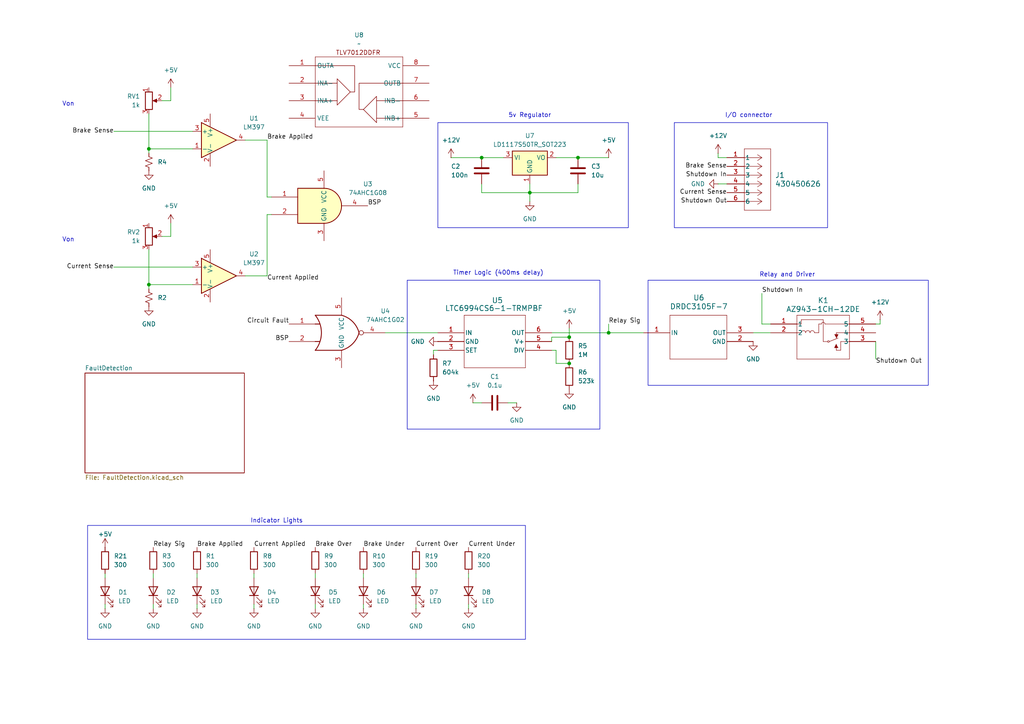
<source format=kicad_sch>
(kicad_sch (version 20231120) (generator "eeschema") (generator_version "8.0")
  (paper "A4")
  (title_block (title "BSPD") (date "2025-03-23") (rev "1.0"))
  (lib_symbols
    (symbol "74xGxx:74AHC1G02"
      (property "Reference" "U" (at -2.54 3.81 0))
      (property "Value" "74AHC1G02" (at 0 -3.81 0))
      (symbol "74AHC1G02_0_1"
        (arc (start -7.62 -5.08) (mid -5.838 0) (end -7.62 5.08) (stroke (width 0.254)))
        (arc (start 0 -5.08) (mid 3.1986 -3.2054) (end 5.08 0) (stroke (width 0.254)))
        (polyline (pts (xy -7.62 -2.54) (xy -6.35 -2.54)) (stroke (width 0.254)) (fill (type background)))
        (polyline (pts (xy -7.62 2.54) (xy -6.35 2.54)) (stroke (width 0.254)) (fill (type background)))
        (polyline (pts (xy 0 -5.08) (xy -7.62 -5.08)) (stroke (width 0.254)) (fill (type background)))
        (polyline (pts (xy 0 5.08) (xy -7.62 5.08)) (stroke (width 0.254)) (fill (type background)))
        (arc (start 5.08 0) (mid 3.2238 3.2304) (end 0 5.08) (stroke (width 0.254)))
      )
      (symbol "74AHC1G02_1_1"
        (pin input line (at -15.24 2.54 0) (length 7.62) (name "~") (number "1"))
        (pin input line (at -15.24 -2.54 0) (length 7.62) (name "~") (number "2"))
        (pin power_in line (at 0 -10.16 90) (length 5.08) (name "GND") (number "3"))
        (pin output inverted (at 12.7 0 180) (length 7.62) (name "~") (number "4"))
        (pin power_in line (at 0 10.16 270) (length 5.08) (name "VCC") (number "5"))
      )
    )
    (symbol "74xGxx:74AHC1G08"
      (property "Reference" "U" (at -2.54 3.81 0))
      (property "Value" "74AHC1G08" (at 0 -3.81 0))
      (symbol "74AHC1G08_0_1"
        (arc (start 0 -5.08) (mid 5.0579 0) (end 0 5.08) (stroke (width 0.254)) (fill (type background)))
        (polyline (pts (xy 0 -5.08) (xy -7.62 -5.08) (xy -7.62 5.08) (xy 0 5.08)) (stroke (width 0.254)) (fill (type background)))
      )
      (symbol "74AHC1G08_1_1"
        (pin input line (at -15.24 2.54 0) (length 7.62) (name "~") (number "1"))
        (pin input line (at -15.24 -2.54 0) (length 7.62) (name "~") (number "2"))
        (pin power_in line (at 0 -10.16 90) (length 5.08) (name "GND") (number "3"))
        (pin output line (at 12.7 0 180) (length 7.62) (name "~") (number "4"))
        (pin power_in line (at 0 10.16 270) (length 5.08) (name "VCC") (number "5"))
      )
    )
    (symbol "AZ943_1CH_12DE:AZ943-1CH-12DE" (pin_names (offset 0.254))
      (property "Reference" "K" (at 15.24 7.62 0))
      (property "Value" "AZ943-1CH-12DE" (at 15.24 5.08 0))
      (symbol "AZ943-1CH-12DE_0_1"
        (polyline (pts (xy 7.62 -10.16) (xy 22.86 -10.16)) (stroke (width 0.127)))
        (polyline (pts (xy 7.62 -2.54) (xy 8.89 -2.54)) (stroke (width 0.127)))
        (polyline (pts (xy 7.62 0) (xy 8.89 0)) (stroke (width 0.127)))
        (polyline (pts (xy 7.62 2.54) (xy 7.62 -10.16)) (stroke (width 0.127)))
        (polyline (pts (xy 8.89 0) (xy 8.89 1.27)) (stroke (width 0.127)))
        (polyline (pts (xy 8.89 1.27) (xy 15.24 1.27)) (stroke (width 0.127)))
        (polyline (pts (xy 12.7 -2.54) (xy 13.97 -2.54)) (stroke (width 0.127)))
        (polyline (pts (xy 13.97 -2.54) (xy 13.97 0)) (stroke (width 0.127)))
        (polyline (pts (xy 13.97 0) (xy 14.732 0)) (stroke (width 0.127)))
        (polyline (pts (xy 15.24 -5.08) (xy 16.51 -5.08)) (stroke (width 0.127)))
        (polyline (pts (xy 15.24 1.27) (xy 15.24 -5.08)) (stroke (width 0.127)))
        (polyline (pts (xy 17.018 -5.08) (xy 19.558 -4.064)) (stroke (width 0.127)))
        (polyline (pts (xy 19.05 -7.62) (xy 19.05 -6.35)) (stroke (width 0.127)))
        (polyline (pts (xy 19.05 -7.62) (xy 20.32 -7.62)) (stroke (width 0.127)))
        (polyline (pts (xy 19.05 -2.54) (xy 19.05 -3.81)) (stroke (width 0.127)))
        (polyline (pts (xy 19.05 -2.54) (xy 22.86 -2.54)) (stroke (width 0.127)))
        (polyline (pts (xy 20.32 -7.62) (xy 20.32 -5.08)) (stroke (width 0.127)))
        (polyline (pts (xy 22.86 -10.16) (xy 22.86 2.54)) (stroke (width 0.127)))
        (polyline (pts (xy 22.86 -5.08) (xy 20.32 -5.08)) (stroke (width 0.127)))
        (polyline (pts (xy 22.86 0) (xy 15.748 0)) (stroke (width 0.127)))
        (polyline (pts (xy 22.86 2.54) (xy 7.62 2.54)) (stroke (width 0.127)))
        (polyline (pts (xy 19.05 -5.842) (xy 18.542 -6.858) (xy 19.558 -6.858)) (fill (type outline)))
        (polyline (pts (xy 19.05 -4.064) (xy 19.558 -3.048) (xy 18.542 -3.048)) (fill (type outline)))
        (arc (start 10.16 -2.54) (mid 9.525 -1.9077) (end 8.89 -2.54) (stroke (width 0.127)))
        (arc (start 11.43 -2.54) (mid 10.795 -1.9077) (end 10.16 -2.54) (stroke (width 0.127)))
        (arc (start 12.7 -2.54) (mid 12.065 -1.9077) (end 11.43 -2.54) (stroke (width 0.127)))
        (arc (start 15.748 0) (mid 15.24 0.5058) (end 14.732 0) (stroke (width 0.127)))
        (circle (center 16.764 -5.08) (radius 0.254) (stroke (width 0.127)))
        (pin unspecified line (at 0 0 0) (length 7.62) (name "1") (number "1"))
        (pin unspecified line (at 0 -2.54 0) (length 7.62) (name "2") (number "2"))
        (pin unspecified line (at 30.48 -5.08 180) (length 7.62) (name "3") (number "3"))
        (pin unspecified line (at 30.48 -2.54 180) (length 7.62) (name "4") (number "4"))
        (pin unspecified line (at 30.48 0 180) (length 7.62) (name "5") (number "5"))
      )
    )
    (symbol "Comparator:LM397" (pin_names (offset 0.127))
      (property "Reference" "U" (at 1.27 5.08 0))
      (property "Value" "LM397" (at 3.81 -5.08 0))
      (symbol "LM397_0_1"
        (polyline (pts (xy -5.08 5.08) (xy 5.08 0) (xy -5.08 -5.08) (xy -5.08 5.08)) (stroke (width 0.254)) (fill (type background)))
      )
      (symbol "LM397_1_1"
        (pin input line (at -7.62 -2.54 0) (length 2.54) (name "-") (number "1"))
        (pin power_in line (at -2.54 -7.62 90) (length 3.81) (name "V-") (number "2"))
        (pin input line (at -7.62 2.54 0) (length 2.54) (name "+") (number "3"))
        (pin open_collector line (at 7.62 0 180) (length 2.54) (name "~") (number "4"))
        (pin power_in line (at -2.54 7.62 270) (length 3.81) (name "V+") (number "5"))
      )
    )
    (symbol "DRDC3105:DRDC3105F-7" (pin_names (offset 0.254))
      (property "Reference" "U" (at 15.748 9.906 0))
      (property "Value" "DRDC3105F-7" (at 15.748 7.366 0))
      (symbol "DRDC3105F-7_0_1"
        (polyline (pts (xy 7.62 -7.62) (xy 24.13 -7.62)) (stroke (width 0.127)))
        (polyline (pts (xy 7.62 5.08) (xy 7.62 -7.62)) (stroke (width 0.127)))
        (polyline (pts (xy 24.13 -7.62) (xy 24.13 5.08)) (stroke (width 0.127)))
        (polyline (pts (xy 24.13 5.08) (xy 7.62 5.08)) (stroke (width 0.127)))
        (pin input line (at 0 0 0) (length 7.62) (name "IN") (number "1"))
        (pin power_out line (at 31.75 -2.54 180) (length 7.62) (name "GND") (number "2"))
        (pin output line (at 31.75 0 180) (length 7.62) (name "OUT") (number "3"))
      )
    )
    (symbol "Device:C" (pin_numbers hide) (pin_names (offset 0.254))
      (property "Reference" "C" (at 0.635 2.54 0))
      (property "Value" "C" (at 0.635 -2.54 0))
      (symbol "C_0_1"
        (polyline (pts (xy -2.032 -0.762) (xy 2.032 -0.762)) (stroke (width 0.508)))
        (polyline (pts (xy -2.032 0.762) (xy 2.032 0.762)) (stroke (width 0.508)))
      )
      (symbol "C_1_1"
        (pin passive line (at 0 3.81 270) (length 2.794) (name "~") (number "1"))
        (pin passive line (at 0 -3.81 90) (length 2.794) (name "~") (number "2"))
      )
    )
    (symbol "Device:LED" (pin_numbers hide) (pin_names (offset 1.016) hide)
      (property "Reference" "D" (at 0 2.54 0))
      (property "Value" "LED" (at 0 -2.54 0))
      (symbol "LED_0_1"
        (polyline (pts (xy -1.27 -1.27) (xy -1.27 1.27)) (stroke (width 0.254)))
        (polyline (pts (xy -1.27 0) (xy 1.27 0)))
        (polyline (pts (xy 1.27 -1.27) (xy 1.27 1.27) (xy -1.27 0) (xy 1.27 -1.27)) (stroke (width 0.254)))
        (polyline (pts (xy -3.048 -0.762) (xy -4.572 -2.286) (xy -3.81 -2.286) (xy -4.572 -2.286) (xy -4.572 -1.524)))
        (polyline (pts (xy -1.778 -0.762) (xy -3.302 -2.286) (xy -2.54 -2.286) (xy -3.302 -2.286) (xy -3.302 -1.524)))
      )
      (symbol "LED_1_1"
        (pin passive line (at -3.81 0 0) (length 2.54) (name "K") (number "1"))
        (pin passive line (at 3.81 0 180) (length 2.54) (name "A") (number "2"))
      )
    )
    (symbol "Device:R" (pin_numbers hide) (pin_names (offset 0))
      (property "Reference" "R" (at 2.032 0 90))
      (property "Value" "R" (at 0 0 90))
      (symbol "R_0_1"
        (rectangle (start -1.016 -2.54) (end 1.016 2.54) (stroke (width 0.254)))
      )
      (symbol "R_1_1"
        (pin passive line (at 0 3.81 270) (length 1.27) (name "~") (number "1"))
        (pin passive line (at 0 -3.81 90) (length 1.27) (name "~") (number "2"))
      )
    )
    (symbol "Device:R_Potentiometer" (pin_names (offset 1.016) hide)
      (property "Reference" "RV" (at -4.445 0 90))
      (property "Value" "R_Potentiometer" (at -2.54 0 90))
      (symbol "R_Potentiometer_0_1"
        (polyline (pts (xy 2.54 0) (xy 1.524 0)))
        (polyline (pts (xy 1.143 0) (xy 2.286 0.508) (xy 2.286 -0.508) (xy 1.143 0)) (fill (type outline)))
        (rectangle (start 1.016 2.54) (end -1.016 -2.54) (stroke (width 0.254)))
      )
      (symbol "R_Potentiometer_1_1"
        (pin passive line (at 0 3.81 270) (length 1.27) (name "1") (number "1"))
        (pin passive line (at 3.81 0 180) (length 1.27) (name "2") (number "2"))
        (pin passive line (at 0 -3.81 90) (length 1.27) (name "3") (number "3"))
      )
    )
    (symbol "Device:R_Small_US" (pin_numbers hide) (pin_names (offset 0.254) hide)
      (property "Reference" "R" (at 0.762 0.508 0))
      (property "Value" "R_Small_US" (at 0.762 -1.016 0))
      (symbol "R_Small_US_1_1"
        (polyline (pts (xy 0 0) (xy 1.016 -0.381) (xy 0 -0.762) (xy -1.016 -1.143) (xy 0 -1.524)))
        (polyline (pts (xy 0 1.524) (xy 1.016 1.143) (xy 0 0.762) (xy -1.016 0.381) (xy 0 0)))
        (pin passive line (at 0 2.54 270) (length 1.016) (name "~") (number "1"))
        (pin passive line (at 0 -2.54 90) (length 1.016) (name "~") (number "2"))
      )
    )
    (symbol "LTC6994:LTC6994CS6-1-TRMPBF" (pin_names (offset 0.254))
      (property "Reference" "U" (at 16.51 10.414 0))
      (property "Value" "LTC6994CS6-1-TRMPBF" (at 16.51 7.874 0))
      (symbol "LTC6994CS6-1-TRMPBF_0_1"
        (polyline (pts (xy 7.62 -10.16) (xy 25.4 -10.16)) (stroke (width 0.127)))
        (polyline (pts (xy 7.62 5.08) (xy 7.62 -10.16)) (stroke (width 0.127)))
        (polyline (pts (xy 25.4 -10.16) (xy 25.4 5.08)) (stroke (width 0.127)))
        (polyline (pts (xy 25.4 5.08) (xy 7.62 5.08)) (stroke (width 0.127)))
        (pin input line (at 0 0 0) (length 7.62) (name "IN") (number "1"))
        (pin power_in line (at 0 -2.54 0) (length 7.62) (name "GND") (number "2"))
        (pin input line (at 0 -5.08 0) (length 7.62) (name "SET") (number "3"))
        (pin input line (at 33.02 -5.08 180) (length 7.62) (name "DIV") (number "4"))
        (pin power_in line (at 33.02 -2.54 180) (length 7.62) (name "V+") (number "5"))
        (pin output line (at 33.02 0 180) (length 7.62) (name "OUT") (number "6"))
      )
    )
    (symbol "Molex_430450626:430450626" (pin_names (offset 0.254))
      (property "Reference" "J" (at 8.89 6.35 0))
      (property "Value" "430450626" (at 0 0 0))
      (symbol "430450626_1_1"
        (polyline (pts (xy 5.08 -15.24) (xy 12.7 -15.24)) (stroke (width 0.127)))
        (polyline (pts (xy 5.08 2.54) (xy 5.08 -15.24)) (stroke (width 0.127)))
        (polyline (pts (xy 10.16 -12.7) (xy 5.08 -12.7)) (stroke (width 0.127)))
        (polyline (pts (xy 10.16 -12.7) (xy 8.89 -13.5467)) (stroke (width 0.127)))
        (polyline (pts (xy 10.16 -12.7) (xy 8.89 -11.8533)) (stroke (width 0.127)))
        (polyline (pts (xy 10.16 -10.16) (xy 5.08 -10.16)) (stroke (width 0.127)))
        (polyline (pts (xy 10.16 -10.16) (xy 8.89 -11.0067)) (stroke (width 0.127)))
        (polyline (pts (xy 10.16 -10.16) (xy 8.89 -9.3133)) (stroke (width 0.127)))
        (polyline (pts (xy 10.16 -7.62) (xy 5.08 -7.62)) (stroke (width 0.127)))
        (polyline (pts (xy 10.16 -7.62) (xy 8.89 -8.4667)) (stroke (width 0.127)))
        (polyline (pts (xy 10.16 -7.62) (xy 8.89 -6.7733)) (stroke (width 0.127)))
        (polyline (pts (xy 10.16 -5.08) (xy 5.08 -5.08)) (stroke (width 0.127)))
        (polyline (pts (xy 10.16 -5.08) (xy 8.89 -5.9267)) (stroke (width 0.127)))
        (polyline (pts (xy 10.16 -5.08) (xy 8.89 -4.2333)) (stroke (width 0.127)))
        (polyline (pts (xy 10.16 -2.54) (xy 5.08 -2.54)) (stroke (width 0.127)))
        (polyline (pts (xy 10.16 -2.54) (xy 8.89 -3.3867)) (stroke (width 0.127)))
        (polyline (pts (xy 10.16 -2.54) (xy 8.89 -1.6933)) (stroke (width 0.127)))
        (polyline (pts (xy 10.16 0) (xy 5.08 0)) (stroke (width 0.127)))
        (polyline (pts (xy 10.16 0) (xy 8.89 -0.8467)) (stroke (width 0.127)))
        (polyline (pts (xy 10.16 0) (xy 8.89 0.8467)) (stroke (width 0.127)))
        (polyline (pts (xy 12.7 -15.24) (xy 12.7 2.54)) (stroke (width 0.127)))
        (polyline (pts (xy 12.7 2.54) (xy 5.08 2.54)) (stroke (width 0.127)))
        (pin unspecified line (at 0 0 0) (length 5.08) (name "1") (number "1"))
        (pin unspecified line (at 0 -2.54 0) (length 5.08) (name "2") (number "2"))
        (pin unspecified line (at 0 -5.08 0) (length 5.08) (name "3") (number "3"))
        (pin unspecified line (at 0 -7.62 0) (length 5.08) (name "4") (number "4"))
        (pin unspecified line (at 0 -10.16 0) (length 5.08) (name "5") (number "5"))
        (pin unspecified line (at 0 -12.7 0) (length 5.08) (name "6") (number "6"))
      )
      (symbol "430450626_1_2"
        (polyline (pts (xy 5.08 -15.24) (xy 12.7 -15.24)) (stroke (width 0.127)))
        (polyline (pts (xy 5.08 2.54) (xy 5.08 -15.24)) (stroke (width 0.127)))
        (polyline (pts (xy 7.62 -12.7) (xy 5.08 -12.7)) (stroke (width 0.127)))
        (polyline (pts (xy 7.62 -12.7) (xy 8.89 -13.5467)) (stroke (width 0.127)))
        (polyline (pts (xy 7.62 -12.7) (xy 8.89 -11.8533)) (stroke (width 0.127)))
        (polyline (pts (xy 7.62 -10.16) (xy 5.08 -10.16)) (stroke (width 0.127)))
        (polyline (pts (xy 7.62 -10.16) (xy 8.89 -11.0067)) (stroke (width 0.127)))
        (polyline (pts (xy 7.62 -10.16) (xy 8.89 -9.3133)) (stroke (width 0.127)))
        (polyline (pts (xy 7.62 -7.62) (xy 5.08 -7.62)) (stroke (width 0.127)))
        (polyline (pts (xy 7.62 -7.62) (xy 8.89 -8.4667)) (stroke (width 0.127)))
        (polyline (pts (xy 7.62 -7.62) (xy 8.89 -6.7733)) (stroke (width 0.127)))
        (polyline (pts (xy 7.62 -5.08) (xy 5.08 -5.08)) (stroke (width 0.127)))
        (polyline (pts (xy 7.62 -5.08) (xy 8.89 -5.9267)) (stroke (width 0.127)))
        (polyline (pts (xy 7.62 -5.08) (xy 8.89 -4.2333)) (stroke (width 0.127)))
        (polyline (pts (xy 7.62 -2.54) (xy 5.08 -2.54)) (stroke (width 0.127)))
        (polyline (pts (xy 7.62 -2.54) (xy 8.89 -3.3867)) (stroke (width 0.127)))
        (polyline (pts (xy 7.62 -2.54) (xy 8.89 -1.6933)) (stroke (width 0.127)))
        (polyline (pts (xy 7.62 0) (xy 5.08 0)) (stroke (width 0.127)))
        (polyline (pts (xy 7.62 0) (xy 8.89 -0.8467)) (stroke (width 0.127)))
        (polyline (pts (xy 7.62 0) (xy 8.89 0.8467)) (stroke (width 0.127)))
        (polyline (pts (xy 12.7 -15.24) (xy 12.7 2.54)) (stroke (width 0.127)))
        (polyline (pts (xy 12.7 2.54) (xy 5.08 2.54)) (stroke (width 0.127)))
        (pin unspecified line (at 0 0 0) (length 5.08) (name "1") (number "1"))
        (pin unspecified line (at 0 -2.54 0) (length 5.08) (name "2") (number "2"))
        (pin unspecified line (at 0 -5.08 0) (length 5.08) (name "3") (number "3"))
        (pin unspecified line (at 0 -7.62 0) (length 5.08) (name "4") (number "4"))
        (pin unspecified line (at 0 -10.16 0) (length 5.08) (name "5") (number "5"))
        (pin unspecified line (at 0 -12.7 0) (length 5.08) (name "6") (number "6"))
      )
    )
    (symbol "Regulator_Linear:LD1117S50TR_SOT223"
      (property "Reference" "U" (at -3.81 3.175 0))
      (property "Value" "LD1117S50TR_SOT223" (at 0 3.175 0))
      (symbol "LD1117S50TR_SOT223_0_1"
        (rectangle (start -5.08 -5.08) (end 5.08 1.905) (stroke (width 0.254)) (fill (type background)))
      )
      (symbol "LD1117S50TR_SOT223_1_1"
        (pin power_in line (at 0 -7.62 90) (length 2.54) (name "GND") (number "1"))
        (pin power_out line (at 7.62 0 180) (length 2.54) (name "VO") (number "2"))
        (pin power_in line (at -7.62 0 0) (length 2.54) (name "VI") (number "3"))
      )
    )
    (symbol "TLV7012DDFR:TLV7012DDFR"
      (property "Reference" "U" (at 12.7 23.622 0))
      (symbol "TLV7012DDFR_0_1"
        (polyline (pts (xy 0 0) (xy 25.4 0)) (stroke (width 0.127)))
        (polyline (pts (xy 0 7.62) (xy 6.35 7.62)))
        (polyline (pts (xy 0 12.7) (xy 6.35 12.7)))
        (polyline (pts (xy 0 20.32) (xy 0 0)) (stroke (width 0.127)))
        (polyline (pts (xy 25.4 0) (xy 25.4 20.32)) (stroke (width 0.127)))
        (polyline (pts (xy 25.4 2.54) (xy 17.78 2.54)))
        (polyline (pts (xy 25.4 7.62) (xy 17.78 7.62)))
        (polyline (pts (xy 25.4 20.32) (xy 0 20.32)) (stroke (width 0.127)))
        (polyline (pts (xy 6.35 13.97) (xy 6.35 6.35) (xy 10.16 10.16) (xy 6.35 13.97)))
        (polyline (pts (xy 10.16 10.16) (xy 11.43 10.16) (xy 11.43 17.78) (xy 0 17.78)))
        (polyline (pts (xy 13.97 5.08) (xy 12.7 5.08) (xy 12.7 12.7) (xy 25.4 12.7)))
        (polyline (pts (xy 17.78 1.27) (xy 17.78 8.89) (xy 13.97 5.08) (xy 17.78 1.27)))
      )
      (symbol "TLV7012DDFR_1_1"
        (text "TLV7012DDFR" (at 12.446 21.59 0) (effects (font (size 1.27 1.27))))
        (pin output line (at -7.62 17.78 0) (length 7.62) (name "OUTA") (number "1"))
        (pin input line (at -7.62 12.7 0) (length 7.62) (name "INA-") (number "2"))
        (pin input line (at -7.62 7.62 0) (length 7.62) (name "INA+") (number "3"))
        (pin power_in line (at -7.62 2.54 0) (length 7.62) (name "VEE") (number "4"))
        (pin input line (at 33.02 2.54 180) (length 7.62) (name "INB+") (number "5"))
        (pin input line (at 33.02 7.62 180) (length 7.62) (name "INB-") (number "6"))
        (pin output line (at 33.02 12.7 180) (length 7.62) (name "OUTB") (number "7"))
        (pin power_in line (at 33.02 17.78 180) (length 7.62) (name "VCC") (number "8"))
      )
    )
    (symbol "power:+12V" (power) (pin_numbers hide) (pin_names (offset 0) hide)
      (property "Value" "+12V" (at 0 3.556 0))
      (symbol "+12V_0_1"
        (polyline (pts (xy -0.762 1.27) (xy 0 2.54)))
        (polyline (pts (xy 0 0) (xy 0 2.54)))
        (polyline (pts (xy 0 2.54) (xy 0.762 1.27)))
      )
      (symbol "+12V_1_1"
        (pin power_in line (at 0 0 90) (length 0) (name "~") (number "1"))
      )
    )
    (symbol "power:+5V" (power) (pin_numbers hide) (pin_names (offset 0) hide)
      (property "Value" "+5V" (at 0 3.556 0))
      (symbol "+5V_0_1"
        (polyline (pts (xy -0.762 1.27) (xy 0 2.54)))
        (polyline (pts (xy 0 0) (xy 0 2.54)))
        (polyline (pts (xy 0 2.54) (xy 0.762 1.27)))
      )
      (symbol "+5V_1_1"
        (pin power_in line (at 0 0 90) (length 0) (name "~") (number "1"))
      )
    )
    (symbol "power:GND" (power) (pin_numbers hide) (pin_names (offset 0) hide)
      (property "Value" "GND" (at 0 -3.81 0))
      (symbol "GND_0_1"
        (polyline (pts (xy 0 0) (xy 0 -1.27) (xy 1.27 -1.27) (xy 0 -2.54) (xy -1.27 -1.27) (xy 0 -1.27)))
      )
      (symbol "GND_1_1"
        (pin power_in line (at 0 0 270) (length 0) (name "~") (number "1"))
      )
    )
  )
  (junction (at 176.53 96.52))
  (junction (at 165.1 105.41))
  (junction (at 43.18 82.55))
  (junction (at 139.7 45.72))
  (junction (at 43.18 43.18))
  (junction (at 165.1 97.79))
  (junction (at 153.67 55.88))
  (junction (at 167.64 45.72))
  (wire (pts (xy 153.67 55.88) (xy 167.64 55.88)))
  (wire (pts (xy 125.73 101.6) (xy 125.73 102.87)))
  (wire (pts (xy 160.02 97.79) (xy 165.1 97.79)))
  (wire (pts (xy 176.53 93.98) (xy 176.53 96.52)))
  (wire (pts (xy 160.02 101.6) (xy 161.29 101.6)))
  (wire (pts (xy 46.99 68.58) (xy 49.53 68.58)))
  (wire (pts (xy 130.81 45.72) (xy 139.7 45.72)))
  (wire (pts (xy 33.02 38.1) (xy 55.88 38.1)))
  (wire (pts (xy 57.15 175.26) (xy 57.15 176.53)))
  (wire (pts (xy 30.48 166.37) (xy 30.48 167.64)))
  (wire (pts (xy 137.16 116.84) (xy 139.7 116.84)))
  (wire (pts (xy 43.18 82.55) (xy 43.18 83.82)))
  (wire (pts (xy 165.1 95.25) (xy 165.1 97.79)))
  (wire (pts (xy 30.48 175.26) (xy 30.48 176.53)))
  (wire (pts (xy 255.27 92.71) (xy 255.27 93.98)))
  (wire (pts (xy 135.89 166.37) (xy 135.89 167.64)))
  (wire (pts (xy 218.44 96.52) (xy 223.52 96.52)))
  (wire (pts (xy 120.65 175.26) (xy 120.65 176.53)))
  (wire (pts (xy 167.64 45.72) (xy 176.53 45.72)))
  (wire (pts (xy 153.67 55.88) (xy 153.67 58.42)))
  (wire (pts (xy 77.47 40.64) (xy 77.47 57.15)))
  (wire (pts (xy 160.02 99.06) (xy 160.02 97.79)))
  (wire (pts (xy 77.47 80.01) (xy 71.12 80.01)))
  (wire (pts (xy 161.29 101.6) (xy 161.29 105.41)))
  (wire (pts (xy 147.32 116.84) (xy 149.86 116.84)))
  (wire (pts (xy 254 99.06) (xy 254 104.14)))
  (wire (pts (xy 139.7 45.72) (xy 146.05 45.72)))
  (wire (pts (xy 161.29 105.41) (xy 165.1 105.41)))
  (wire (pts (xy 57.15 166.37) (xy 57.15 167.64)))
  (wire (pts (xy 105.41 175.26) (xy 105.41 176.53)))
  (wire (pts (xy 153.67 53.34) (xy 153.67 55.88)))
  (wire (pts (xy 139.7 55.88) (xy 153.67 55.88)))
  (wire (pts (xy 91.44 166.37) (xy 91.44 167.64)))
  (wire (pts (xy 44.45 175.26) (xy 44.45 176.53)))
  (wire (pts (xy 254 93.98) (xy 255.27 93.98)))
  (wire (pts (xy 223.52 93.98) (xy 220.98 93.98)))
  (wire (pts (xy 43.18 82.55) (xy 55.88 82.55)))
  (wire (pts (xy 43.18 72.39) (xy 43.18 82.55)))
  (wire (pts (xy 127 101.6) (xy 125.73 101.6)))
  (wire (pts (xy 161.29 45.72) (xy 167.64 45.72)))
  (wire (pts (xy 208.28 44.45) (xy 208.28 45.72)))
  (wire (pts (xy 46.99 29.21) (xy 49.53 29.21)))
  (wire (pts (xy 139.7 53.34) (xy 139.7 55.88)))
  (wire (pts (xy 77.47 57.15) (xy 78.74 57.15)))
  (wire (pts (xy 49.53 64.77) (xy 49.53 68.58)))
  (wire (pts (xy 77.47 80.01) (xy 77.47 62.23)))
  (wire (pts (xy 43.18 43.18) (xy 43.18 44.45)))
  (wire (pts (xy 208.28 53.34) (xy 210.82 53.34)))
  (wire (pts (xy 73.66 166.37) (xy 73.66 167.64)))
  (wire (pts (xy 135.89 175.26) (xy 135.89 176.53)))
  (wire (pts (xy 49.53 25.4) (xy 49.53 29.21)))
  (wire (pts (xy 33.02 77.47) (xy 55.88 77.47)))
  (wire (pts (xy 120.65 166.37) (xy 120.65 167.64)))
  (wire (pts (xy 167.64 55.88) (xy 167.64 53.34)))
  (wire (pts (xy 43.18 43.18) (xy 55.88 43.18)))
  (wire (pts (xy 43.18 33.02) (xy 43.18 43.18)))
  (wire (pts (xy 160.02 96.52) (xy 176.53 96.52)))
  (wire (pts (xy 208.28 45.72) (xy 210.82 45.72)))
  (wire (pts (xy 91.44 175.26) (xy 91.44 176.53)))
  (wire (pts (xy 111.76 96.52) (xy 127 96.52)))
  (wire (pts (xy 77.47 62.23) (xy 78.74 62.23)))
  (wire (pts (xy 220.98 85.09) (xy 220.98 93.98)))
  (wire (pts (xy 44.45 166.37) (xy 44.45 167.64)))
  (wire (pts (xy 105.41 166.37) (xy 105.41 167.64)))
  (wire (pts (xy 77.47 40.64) (xy 71.12 40.64)))
  (wire (pts (xy 73.66 175.26) (xy 73.66 176.53)))
  (wire (pts (xy 176.53 96.52) (xy 186.69 96.52)))
  (rectangle (start 25.4 152.4) (end 152.4 185.42))
  (rectangle (start 195.58 35.56) (end 240.03 66.04))
  (rectangle (start 118.11 81.28) (end 173.99 124.46))
  (rectangle (start 127 35.56) (end 182.245 66.04))
  (rectangle (start 187.96 81.28) (end 269.24 111.76))
  (text "Von\n" (at 19.812 30.226 0) (effects (font (size 1.27 1.27))))
  (text "Relay and Driver" (at 228.346 79.756 0) (effects (font (size 1.27 1.27))))
  (text "5v Regulator" (at 153.67 33.528 0) (effects (font (size 1.27 1.27))))
  (text "I/O connector" (at 217.17 33.528 0) (effects (font (size 1.27 1.27))))
  (text "Indicator Lights" (at 80.264 151.13 0) (effects (font (size 1.27 1.27))))
  (text "Von\n" (at 19.812 69.596 0) (effects (font (size 1.27 1.27))))
  (text "Timer Logic (400ms delay)\n" (at 144.526 79.248 0) (effects (font (size 1.27 1.27))))
  (label "Brake Under" (at 105.41 158.75 0))
  (label "Shutdown In" (at 210.82 50.8 180))
  (label "Current Applied" (at 77.47 80.01 0))
  (label "Current Sense" (at 33.02 77.47 180))
  (label "Shutdown Out" (at 210.82 58.42 180))
  (label "Brake Sense" (at 33.02 38.1 180))
  (label "Relay Sig" (at 176.53 93.98 0))
  (label "Circuit Fault" (at 83.82 93.98 180))
  (label "Current Sense" (at 210.82 55.88 180))
  (label "Shutdown In" (at 220.98 85.09 0))
  (label "Current Under" (at 135.89 158.75 0))
  (label "Shutdown Out" (at 254 104.14 0))
  (label "Brake Over" (at 91.44 158.75 0))
  (label "Current Over" (at 120.65 158.75 0))
  (label "Current Applied" (at 73.66 158.75 0))
  (label "BSP" (at 106.68 59.69 0))
  (label "Brake Sense" (at 210.82 48.26 180))
  (label "Brake Applied" (at 57.15 158.75 0))
  (label "BSP" (at 83.82 99.06 180))
  (label "Brake Applied" (at 77.47 40.64 0))
  (label "Relay Sig" (at 44.45 158.75 0))
  (symbol (lib_id "Device:LED") (at 120.65 171.45 90) (unit 1)
    (property "Reference" "D7" (at 124.46 171.7674 90) (effects (justify right)))
    (property "Value" "LED" (at 124.46 174.3074 90) (effects (justify right)))
    (property "Description" "Light emitting diode" (effects (hide yes)))
  )
  (symbol (lib_id "Comparator:LM397") (at 63.5 80.01 0) (unit 1)
    (property "Reference" "U2" (at 73.66 73.6914 0))
    (property "Value" "LM397" (at 73.66 76.2314 0))
    (property "Footprint" "Package_TO_SOT_SMD:SOT-23-5" (effects (hide yes)))
    (property "Datasheet" "http://www.ti.com/lit/ds/symlink/lm397.pdf" (effects (hide yes)))
    (property "Description" "Single General-Purpose Voltage Comparator with Open-Collector Output, SOT-23-5" (effects (hide yes)))
  )
  (symbol (lib_id "power:+12V") (at 130.81 45.72 0) (unit 1)
    (property "Reference" "#PWR018" (effects (hide yes)))
    (property "Value" "+12V" (at 130.81 40.64 0))
    (property "Description" "Power symbol creates a global label with name \"+12V\"" (effects (hide yes)))
  )
  (symbol (lib_id "power:GND") (at 43.18 88.9 0) (unit 1)
    (property "Reference" "#PWR01" (effects (hide yes)))
    (property "Value" "GND" (at 43.18 93.98 0))
    (property "Description" "Power symbol creates a global label with name \"GND\" , ground" (effects (hide yes)))
  )
  (symbol (lib_id "Device:LED") (at 135.89 171.45 90) (unit 1)
    (property "Reference" "D8" (at 139.7 171.7674 90) (effects (justify right)))
    (property "Value" "LED" (at 139.7 174.3074 90) (effects (justify right)))
    (property "Description" "Light emitting diode" (effects (hide yes)))
  )
  (symbol (lib_id "power:+5V") (at 49.53 64.77 0) (unit 1)
    (property "Reference" "#PWR015" (effects (hide yes)))
    (property "Value" "+5V" (at 49.53 59.69 0))
    (property "Description" "Power symbol creates a global label with name \"+5V\"" (effects (hide yes)))
  )
  (symbol (lib_id "power:GND") (at 153.67 58.42 0) (unit 1)
    (property "Reference" "#PWR017" (effects (hide yes)))
    (property "Value" "GND" (at 153.67 63.5 0))
    (property "Description" "Power symbol creates a global label with name \"GND\" , ground" (effects (hide yes)))
  )
  (symbol (lib_id "power:GND") (at 135.89 176.53 0) (unit 1)
    (property "Reference" "#PWR028" (effects (hide yes)))
    (property "Value" "GND" (at 135.89 181.61 0))
    (property "Description" "Power symbol creates a global label with name \"GND\" , ground" (effects (hide yes)))
  )
  (symbol (lib_id "power:+5V") (at 30.48 158.75 0) (unit 1)
    (property "Reference" "#PWR030" (effects (hide yes)))
    (property "Value" "+5V" (at 30.48 154.94 0))
    (property "Description" "Power symbol creates a global label with name \"+5V\"" (effects (hide yes)))
  )
  (symbol (lib_id "power:+5V") (at 176.53 45.72 0) (unit 1)
    (property "Reference" "#PWR019" (effects (hide yes)))
    (property "Value" "+5V" (at 176.53 40.64 0))
    (property "Description" "Power symbol creates a global label with name \"+5V\"" (effects (hide yes)))
  )
  (symbol (lib_id "74xGxx:74AHC1G02") (at 99.06 96.52 0) (unit 1)
    (property "Reference" "U4" (at 111.76 90.2014 0))
    (property "Value" "74AHC1G02" (at 111.76 92.7414 0))
    (property "Datasheet" "http://www.ti.com/lit/sg/scyt129e/scyt129e.pdf" (effects (hide yes)))
    (property "Description" "Single NOR Gate, Low-Voltage CMOS" (effects (hide yes)))
  )
  (symbol (lib_id "Comparator:LM397") (at 63.5 40.64 0) (unit 1)
    (property "Reference" "U1" (at 73.66 34.3214 0))
    (property "Value" "LM397" (at 73.66 36.8614 0))
    (property "Footprint" "Package_TO_SOT_SMD:SOT-23-5" (effects (hide yes)))
    (property "Datasheet" "http://www.ti.com/lit/ds/symlink/lm397.pdf" (effects (hide yes)))
    (property "Description" "Single General-Purpose Voltage Comparator with Open-Collector Output, SOT-23-5" (effects (hide yes)))
  )
  (symbol (lib_id "Device:LED") (at 44.45 171.45 90) (unit 1)
    (property "Reference" "D2" (at 48.26 171.7674 90) (effects (justify right)))
    (property "Value" "LED" (at 48.26 174.3074 90) (effects (justify right)))
    (property "Description" "Light emitting diode" (effects (hide yes)))
  )
  (symbol (lib_id "Regulator_Linear:LD1117S50TR_SOT223") (at 153.67 45.72 0) (unit 1)
    (property "Reference" "U7" (at 153.67 39.37 0))
    (property "Value" "LD1117S50TR_SOT223" (at 153.67 41.91 0))
    (property "Footprint" "Package_TO_SOT_SMD:SOT-223-3_TabPin2" (effects (hide yes)))
    (property "Datasheet" "http://www.st.com/st-web-ui/static/active/en/resource/technical/document/datasheet/CD00000544.pdf" (effects (hide yes)))
    (property "Description" "800mA Fixed Low Drop Positive Voltage Regulator, Fixed Output 5.0V, SOT-223" (effects (hide yes)))
  )
  (symbol (lib_id "power:GND") (at 149.86 116.84 0) (unit 1)
    (property "Reference" "#PWR011" (effects (hide yes)))
    (property "Value" "GND" (at 149.86 121.92 0))
    (property "Description" "Power symbol creates a global label with name \"GND\" , ground" (effects (hide yes)))
  )
  (symbol (lib_id "DRDC3105:DRDC3105F-7") (at 186.69 96.52 0) (unit 1)
    (property "Reference" "U6" (at 202.692 86.36 0) (effects (font (size 1.524 1.524))))
    (property "Value" "DRDC3105F-7" (at 202.692 88.9 0) (effects (font (size 1.524 1.524))))
    (property "Footprint" "SOT23_DIO" (effects (hide yes)))
    (property "Datasheet" "DRDC3105F-7" (effects (hide yes)))
  )
  (symbol (lib_id "power:GND") (at 105.41 176.53 0) (unit 1)
    (property "Reference" "#PWR026" (effects (hide yes)))
    (property "Value" "GND" (at 105.41 181.61 0))
    (property "Description" "Power symbol creates a global label with name \"GND\" , ground" (effects (hide yes)))
  )
  (symbol (lib_id "power:GND") (at 120.65 176.53 0) (unit 1)
    (property "Reference" "#PWR027" (effects (hide yes)))
    (property "Value" "GND" (at 120.65 181.61 0))
    (property "Description" "Power symbol creates a global label with name \"GND\" , ground" (effects (hide yes)))
  )
  (symbol (lib_id "power:GND") (at 91.44 176.53 0) (unit 1)
    (property "Reference" "#PWR025" (effects (hide yes)))
    (property "Value" "GND" (at 91.44 181.61 0))
    (property "Description" "Power symbol creates a global label with name \"GND\" , ground" (effects (hide yes)))
  )
  (symbol (lib_id "power:GND") (at 57.15 176.53 0) (unit 1)
    (property "Reference" "#PWR022" (effects (hide yes)))
    (property "Value" "GND" (at 57.15 181.61 0))
    (property "Description" "Power symbol creates a global label with name \"GND\" , ground" (effects (hide yes)))
  )
  (symbol (lib_id "LTC6994:LTC6994CS6-1-TRMPBF") (at 127 96.52 0) (unit 1)
    (property "Reference" "U5" (at 144.272 87.122 0) (effects (font (size 1.524 1.524))))
    (property "Value" "LTC6994CS6-1-TRMPBF" (at 143.256 89.408 0) (effects (font (size 1.524 1.524))))
    (property "Footprint" "TSOT-23_S6_LIT" (effects (hide yes)))
    (property "Datasheet" "LTC6994CS6-1-TRMPBF" (effects (hide yes)))
  )
  (symbol (lib_id "Device:R_Small_US") (at 43.18 86.36 0) (unit 1)
    (property "Reference" "R2" (at 45.72 86.3599 0) (effects (justify left)))
    (property "Value" "R_Small_US" (effects (hide yes)))
    (property "Description" "Resistor, small US symbol" (effects (hide yes)))
  )
  (symbol (lib_id "Device:LED") (at 105.41 171.45 90) (unit 1)
    (property "Reference" "D6" (at 109.22 171.7674 90) (effects (justify right)))
    (property "Value" "LED" (at 109.22 174.3074 90) (effects (justify right)))
    (property "Description" "Light emitting diode" (effects (hide yes)))
  )
  (symbol (lib_id "power:+5V") (at 165.1 95.25 0) (unit 1)
    (property "Reference" "#PWR05" (effects (hide yes)))
    (property "Value" "+5V" (at 165.1 90.17 0))
    (property "Description" "Power symbol creates a global label with name \"+5V\"" (effects (hide yes)))
  )
  (symbol (lib_id "power:GND") (at 218.44 99.06 0) (unit 1)
    (property "Reference" "#PWR02" (effects (hide yes)))
    (property "Value" "GND" (at 218.44 104.14 0))
    (property "Description" "Power symbol creates a global label with name \"GND\" , ground" (effects (hide yes)))
  )
  (symbol (lib_id "Device:R_Small_US") (at 43.18 46.99 0) (unit 1)
    (property "Reference" "R4" (at 45.72 46.9899 0) (effects (justify left)))
    (property "Value" "R_Small_US" (effects (hide yes)))
    (property "Description" "Resistor, small US symbol" (effects (hide yes)))
  )
  (symbol (lib_id "power:GND") (at 125.73 110.49 0) (unit 1)
    (property "Reference" "#PWR013" (effects (hide yes)))
    (property "Value" "GND" (at 125.73 115.57 0))
    (property "Description" "Power symbol creates a global label with name \"GND\" , ground" (effects (hide yes)))
  )
  (symbol (lib_id "power:GND") (at 127 99.06 270) (unit 1)
    (property "Reference" "#PWR04" (effects (hide yes)))
    (property "Value" "GND" (at 123.19 99.0599 90) (effects (justify right)))
    (property "Description" "Power symbol creates a global label with name \"GND\" , ground" (effects (hide yes)))
  )
  (symbol (lib_id "power:GND") (at 165.1 113.03 0) (unit 1)
    (property "Reference" "#PWR010" (effects (hide yes)))
    (property "Value" "GND" (at 165.1 118.11 0))
    (property "Description" "Power symbol creates a global label with name \"GND\" , ground" (effects (hide yes)))
  )
  (symbol (lib_id "Device:LED") (at 91.44 171.45 90) (unit 1)
    (property "Reference" "D5" (at 95.25 171.7674 90) (effects (justify right)))
    (property "Value" "LED" (at 95.25 174.3074 90) (effects (justify right)))
    (property "Description" "Light emitting diode" (effects (hide yes)))
  )
  (symbol (lib_id "Device:C") (at 143.51 116.84 90) (unit 1)
    (property "Reference" "C1" (at 143.51 109.22 90))
    (property "Value" "0.1u" (at 143.51 111.76 90))
    (property "Description" "Unpolarized capacitor" (effects (hide yes)))
  )
  (symbol (lib_id "Device:LED") (at 73.66 171.45 90) (unit 1)
    (property "Reference" "D4" (at 77.47 171.7674 90) (effects (justify right)))
    (property "Value" "LED" (at 77.47 174.3074 90) (effects (justify right)))
    (property "Description" "Light emitting diode" (effects (hide yes)))
  )
  (symbol (lib_id "Device:LED") (at 30.48 171.45 90) (unit 1)
    (property "Reference" "D1" (at 34.29 171.7674 90) (effects (justify right)))
    (property "Value" "LED" (at 34.29 174.3074 90) (effects (justify right)))
    (property "Description" "Light emitting diode" (effects (hide yes)))
  )
  (symbol (lib_id "Device:R") (at 105.41 162.56 0) (unit 1)
    (property "Reference" "R10" (at 107.95 161.2899 0) (effects (justify left)))
    (property "Value" "300" (at 107.95 163.8299 0) (effects (justify left)))
    (property "Description" "Resistor" (effects (hide yes)))
  )
  (symbol (lib_id "Device:C") (at 139.7 49.53 0) (unit 1)
    (property "Reference" "C2" (at 130.81 48.26 0) (effects (justify left)))
    (property "Value" "100n" (at 130.81 50.8 0) (effects (justify left)))
    (property "Description" "Unpolarized capacitor" (effects (hide yes)))
  )
  (symbol (lib_id "AZ943_1CH_12DE:AZ943-1CH-12DE") (at 223.52 93.98 0) (unit 1)
    (property "Reference" "K1" (at 238.76 87.122 0) (effects (font (size 1.524 1.524))))
    (property "Value" "AZ943-1CH-12DE" (at 238.76 89.662 0) (effects (font (size 1.524 1.524))))
    (property "Footprint" "AZ943-1CH_AMZ" (effects (hide yes)))
    (property "Datasheet" "AZ943-1CH-12DE" (effects (hide yes)))
  )
  (symbol (lib_id "power:GND") (at 30.48 176.53 0) (unit 1)
    (property "Reference" "#PWR029" (effects (hide yes)))
    (property "Value" "GND" (at 30.48 181.61 0))
    (property "Description" "Power symbol creates a global label with name \"GND\" , ground" (effects (hide yes)))
  )
  (symbol (lib_id "Device:R") (at 120.65 162.56 0) (unit 1)
    (property "Reference" "R19" (at 123.19 161.2899 0) (effects (justify left)))
    (property "Value" "300" (at 123.19 163.8299 0) (effects (justify left)))
    (property "Description" "Resistor" (effects (hide yes)))
  )
  (symbol (lib_id "power:+5V") (at 49.53 25.4 0) (unit 1)
    (property "Reference" "#PWR014" (effects (hide yes)))
    (property "Value" "+5V" (at 49.53 20.32 0))
    (property "Description" "Power symbol creates a global label with name \"+5V\"" (effects (hide yes)))
  )
  (symbol (lib_id "power:GND") (at 208.28 53.34 270) (unit 1)
    (property "Reference" "#PWR021" (effects (hide yes)))
    (property "Value" "GND" (at 204.47 53.3399 90) (effects (justify right)))
    (property "Description" "Power symbol creates a global label with name \"GND\" , ground" (effects (hide yes)))
  )
  (symbol (lib_id "Device:R_Potentiometer") (at 43.18 29.21 0) (unit 1)
    (property "Reference" "RV1" (at 40.64 27.9399 0) (effects (justify right)))
    (property "Value" "1k" (at 40.64 30.4799 0) (effects (justify right)))
    (property "Description" "Potentiometer" (effects (hide yes)))
  )
  (symbol (lib_id "power:GND") (at 73.66 176.53 0) (unit 1)
    (property "Reference" "#PWR024" (effects (hide yes)))
    (property "Value" "GND" (at 73.66 181.61 0))
    (property "Description" "Power symbol creates a global label with name \"GND\" , ground" (effects (hide yes)))
  )
  (symbol (lib_id "Device:R") (at 125.73 106.68 0) (unit 1)
    (property "Reference" "R7" (at 128.27 105.4099 0) (effects (justify left)))
    (property "Value" "604k" (at 128.27 107.9499 0) (effects (justify left)))
    (property "Description" "Resistor" (effects (hide yes)))
  )
  (symbol (lib_id "Device:R") (at 44.45 162.56 0) (unit 1)
    (property "Reference" "R3" (at 46.99 161.2899 0) (effects (justify left)))
    (property "Value" "300" (at 46.99 163.8299 0) (effects (justify left)))
    (property "Description" "Resistor" (effects (hide yes)))
  )
  (symbol (lib_id "power:+12V") (at 255.27 92.71 0) (unit 1)
    (property "Reference" "#PWR016" (effects (hide yes)))
    (property "Value" "+12V" (at 255.27 87.63 0))
    (property "Description" "Power symbol creates a global label with name \"+12V\"" (effects (hide yes)))
  )
  (symbol (lib_id "Device:R") (at 91.44 162.56 0) (unit 1)
    (property "Reference" "R9" (at 93.98 161.2899 0) (effects (justify left)))
    (property "Value" "300" (at 93.98 163.8299 0) (effects (justify left)))
    (property "Description" "Resistor" (effects (hide yes)))
  )
  (symbol (lib_id "Device:R_Potentiometer") (at 43.18 68.58 0) (unit 1)
    (property "Reference" "RV2" (at 40.64 67.3099 0) (effects (justify right)))
    (property "Value" "1k" (at 40.64 69.8499 0) (effects (justify right)))
    (property "Description" "Potentiometer" (effects (hide yes)))
  )
  (symbol (lib_id "Device:R") (at 135.89 162.56 0) (unit 1)
    (property "Reference" "R20" (at 138.43 161.2899 0) (effects (justify left)))
    (property "Value" "300" (at 138.43 163.8299 0) (effects (justify left)))
    (property "Description" "Resistor" (effects (hide yes)))
  )
  (symbol (lib_id "power:GND") (at 43.18 49.53 0) (unit 1)
    (property "Reference" "#PWR03" (effects (hide yes)))
    (property "Value" "GND" (at 43.18 54.61 0))
    (property "Description" "Power symbol creates a global label with name \"GND\" , ground" (effects (hide yes)))
  )
  (symbol (lib_id "Device:R") (at 30.48 162.56 0) (unit 1)
    (property "Reference" "R21" (at 33.02 161.2899 0) (effects (justify left)))
    (property "Value" "300" (at 33.02 163.8299 0) (effects (justify left)))
    (property "Description" "Resistor" (effects (hide yes)))
  )
  (symbol (lib_id "power:+12V") (at 208.28 44.45 0) (unit 1)
    (property "Reference" "#PWR020" (effects (hide yes)))
    (property "Value" "+12V" (at 208.28 39.37 0))
    (property "Description" "Power symbol creates a global label with name \"+12V\"" (effects (hide yes)))
  )
  (symbol (lib_id "power:+5V") (at 137.16 116.84 0) (unit 1)
    (property "Reference" "#PWR012" (effects (hide yes)))
    (property "Value" "+5V" (at 137.16 111.76 0))
    (property "Description" "Power symbol creates a global label with name \"+5V\"" (effects (hide yes)))
  )
  (symbol (lib_id "TLV7012DDFR:TLV7012DDFR") (at 91.44 36.83 0) (unit 1)
    (property "Reference" "U8" (at 104.14 10.16 0))
    (property "Value" "~" (at 104.14 12.7 0))
  )
  (symbol (lib_id "Device:R") (at 73.66 162.56 0) (unit 1)
    (property "Reference" "R8" (at 76.2 161.2899 0) (effects (justify left)))
    (property "Value" "300" (at 76.2 163.8299 0) (effects (justify left)))
    (property "Description" "Resistor" (effects (hide yes)))
  )
  (symbol (lib_id "74xGxx:74AHC1G08") (at 93.98 59.69 0) (unit 1)
    (property "Reference" "U3" (at 106.68 53.3714 0))
    (property "Value" "74AHC1G08" (at 106.68 55.9114 0))
    (property "Datasheet" "http://www.ti.com/lit/sg/scyt129e/scyt129e.pdf" (effects (hide yes)))
    (property "Description" "Single AND Gate, Low-Voltage CMOS" (effects (hide yes)))
  )
  (symbol (lib_id "Device:R") (at 165.1 101.6 0) (unit 1)
    (property "Reference" "R5" (at 167.64 100.3299 0) (effects (justify left)))
    (property "Value" "1M" (at 167.64 102.8699 0) (effects (justify left)))
    (property "Description" "Resistor" (effects (hide yes)))
  )
  (symbol (lib_id "power:GND") (at 44.45 176.53 0) (unit 1)
    (property "Reference" "#PWR023" (effects (hide yes)))
    (property "Value" "GND" (at 44.45 181.61 0))
    (property "Description" "Power symbol creates a global label with name \"GND\" , ground" (effects (hide yes)))
  )
  (symbol (lib_id "Molex_430450626:430450626") (at 210.82 45.72 0) (unit 1)
    (property "Reference" "J1" (at 224.79 50.7999 0) (effects (font (size 1.524 1.524)) (justify left)))
    (property "Value" "430450626" (at 224.79 53.3399 0) (effects (font (size 1.524 1.524)) (justify left)))
    (property "Footprint" "CONN_SD-43045-009_06_MOL" (effects (hide yes)))
    (property "Datasheet" "430450626" (effects (hide yes)))
  )
  (symbol (lib_id "Device:R") (at 57.15 162.56 0) (unit 1)
    (property "Reference" "R1" (at 59.69 161.2899 0) (effects (justify left)))
    (property "Value" "300" (at 59.69 163.8299 0) (effects (justify left)))
    (property "Description" "Resistor" (effects (hide yes)))
  )
  (symbol (lib_id "Device:C") (at 167.64 49.53 0) (unit 1)
    (property "Reference" "C3" (at 171.45 48.2599 0) (effects (justify left)))
    (property "Value" "10u" (at 171.45 50.7999 0) (effects (justify left)))
    (property "Description" "Unpolarized capacitor" (effects (hide yes)))
  )
  (symbol (lib_id "Device:LED") (at 57.15 171.45 90) (unit 1)
    (property "Reference" "D3" (at 60.96 171.7674 90) (effects (justify right)))
    (property "Value" "LED" (at 60.96 174.3074 90) (effects (justify right)))
    (property "Description" "Light emitting diode" (effects (hide yes)))
  )
  (symbol (lib_id "Device:R") (at 165.1 109.22 0) (unit 1)
    (property "Reference" "R6" (at 167.64 107.9499 0) (effects (justify left)))
    (property "Value" "523k" (at 167.64 110.4899 0) (effects (justify left)))
    (property "Description" "Resistor" (effects (hide yes)))
  )
  (sheet (at 24.638 108.204) (size 46.228 28.956) (stroke (width 0.1524))
    (property "Sheetname" "FaultDetection" (at 24.638 107.4924 0) (effects (justify left bottom)))
    (property "Sheetfile" "FaultDetection.kicad_sch" (at 24.638 137.7446 0) (effects (justify left top)))
  )
)
</source>
